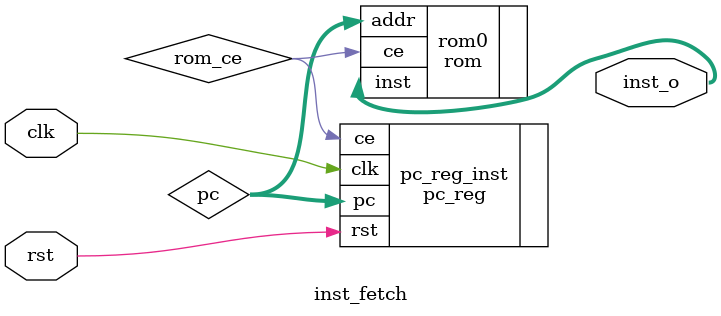
<source format=v>
module inst_fetch (
    input wire clk,
    input wire rst,
    output wire [31:0] inst_o
);
    wire [5:0] pc;
    wire rom_ce;

    pc_reg pc_reg_inst (
        .clk(clk),
        .rst(rst),
        .pc(pc),
        .ce(rom_ce)
    );
    rom rom0(
        .ce(rom_ce),
        .addr(pc),
        .inst(inst_o)
    );
endmodule
</source>
